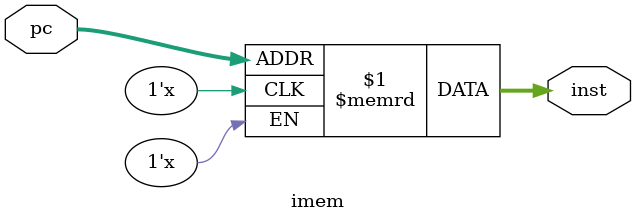
<source format=v>
module imem(
input [12:2] pc,
output [31:0] inst
);
    reg [31:0] inst_mem[2048:0];
    assign inst = inst_mem[pc];
endmodule
</source>
